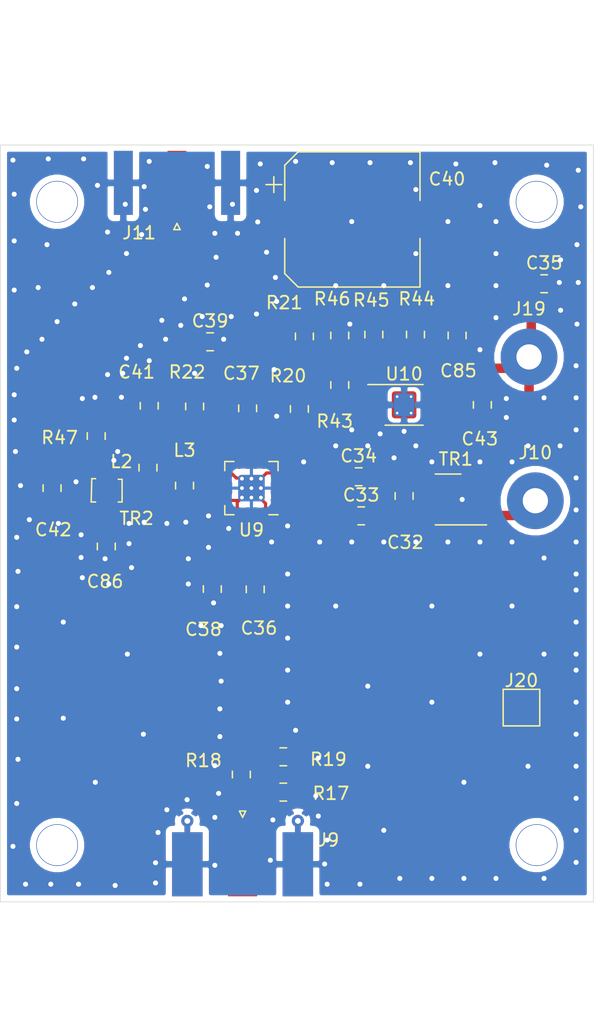
<source format=kicad_pcb>
(kicad_pcb (version 20171130) (host pcbnew 5.1.5-52549c5~84~ubuntu18.04.1)
  (layers (0 F.Cu signal) (31 B.Cu signal) (34 B.Paste user hide) (35 F.Paste user hide) (36 B.SilkS user) (37 F.SilkS user) (38 B.Mask user) (39 F.Mask user) (44 Edge.Cuts user))
  (net 0 "")
  (net 1 GND)
  (net 2 "Net-(C32-Pad1)")
  (net 3 "Net-(C32-Pad2)")
  (net 4 "Net-(C33-Pad1)")
  (net 5 "Net-(C34-Pad1)")
  (net 6 "Net-(C36-Pad2)")
  (net 7 "Net-(C36-Pad1)")
  (net 8 "Net-(C38-Pad2)")
  (net 9 "Net-(C42-Pad2)")
  (net 10 "Net-(C42-Pad1)")
  (net 11 "Net-(C43-Pad1)")
  (net 12 "Net-(C85-Pad1)")
  (net 13 "Net-(C86-Pad1)")
  (net 14 "Net-(J9-Pad1)")
  (net 15 "Net-(J10-Pad1)")
  (net 16 "Net-(L2-Pad1)")
  (net 17 "Net-(L3-Pad2)")
  (net 18 "Net-(R20-Pad1)")
  (net 19 "Net-(R22-Pad1)")
  (net 20 "Net-(R43-Pad2)")
  (net 21 "Net-(R43-Pad1)")
  (net 22 "Net-(R44-Pad2)")
  (net 23 "Net-(TR2-Pad6)")
  (net 24 "Net-(U9-Pad1)")
  (net 25 "Net-(U10-Pad3)")
  (net 26 "Net-(U10-Pad4)")
  (net 27 "Net-(U10-Pad7)")
  (net 28 "/First Mixer/U9VCC")
  (net 29 "/First Mixer/+V")
  (net 30 +V)
  (module Capacitor_SMD:C_0805_2012Metric_Pad1.15x1.40mm_HandSolder (layer F.Cu) (at 124.8 137.325 90)
    (fp_text reference C32 (at -3.675 0.1 180) (layer F.SilkS))
    (fp_text value 0.6p)
    (pad 1 smd roundrect (at -1.025 0 90) (size 1.15 1.4) (layers F.Cu F.Paste F.Mask) (roundrect_rratio 0.217391) (net 2 "Net-(C32-Pad1)"))
    (pad 2 smd roundrect (at 1.025 0 90) (size 1.15 1.4) (layers F.Cu F.Paste F.Mask) (roundrect_rratio 0.217391) (net 3 "Net-(C32-Pad2)"))
  )
  (module Capacitor_SMD:C_0805_2012Metric_Pad1.15x1.40mm_HandSolder (layer F.Cu) (at 121.4 138.9)
    (fp_text reference C33 (at 0 -1.65) (layer F.SilkS))
    (fp_text value 100n)
    (pad 1 smd roundrect (at -1.025 0) (size 1.15 1.4) (layers F.Cu F.Paste F.Mask) (roundrect_rratio 0.217391) (net 4 "Net-(C33-Pad1)"))
    (pad 2 smd roundrect (at 1.025 0) (size 1.15 1.4) (layers F.Cu F.Paste F.Mask) (roundrect_rratio 0.217391) (net 2 "Net-(C32-Pad1)"))
  )
  (module Capacitor_SMD:C_0805_2012Metric_Pad1.15x1.40mm_HandSolder (layer F.Cu) (at 121.2 135.8)
    (fp_text reference C34 (at 0 -1.65) (layer F.SilkS))
    (fp_text value 100n)
    (pad 2 smd roundrect (at 1.025 0) (size 1.15 1.4) (layers F.Cu F.Paste F.Mask) (roundrect_rratio 0.217391) (net 3 "Net-(C32-Pad2)"))
    (pad 1 smd roundrect (at -1.025 0) (size 1.15 1.4) (layers F.Cu F.Paste F.Mask) (roundrect_rratio 0.217391) (net 5 "Net-(C34-Pad1)"))
  )
  (module Capacitor_SMD:C_0805_2012Metric_Pad1.15x1.40mm_HandSolder (layer F.Cu) (at 135.9 120.5)
    (fp_text reference C35 (at 0 -1.65) (layer F.SilkS))
    (fp_text value 10u)
    (pad 1 smd roundrect (at -1.025 0) (size 1.15 1.4) (layers F.Cu F.Paste F.Mask) (roundrect_rratio 0.217391) (net 30 +V))
    (pad 2 smd roundrect (at 1.025 0) (size 1.15 1.4) (layers F.Cu F.Paste F.Mask) (roundrect_rratio 0.217391) (net 1 GND))
  )
  (module Capacitor_SMD:C_0805_2012Metric_Pad1.15x1.40mm_HandSolder (layer F.Cu) (at 113 144.725 90)
    (fp_text reference C36 (at -3.075 0.3 180) (layer F.SilkS))
    (fp_text value 100n)
    (pad 2 smd roundrect (at 1.025 0 90) (size 1.15 1.4) (layers F.Cu F.Paste F.Mask) (roundrect_rratio 0.217391) (net 6 "Net-(C36-Pad2)"))
    (pad 1 smd roundrect (at -1.025 0 90) (size 1.15 1.4) (layers F.Cu F.Paste F.Mask) (roundrect_rratio 0.217391) (net 7 "Net-(C36-Pad1)"))
  )
  (module Capacitor_SMD:C_0805_2012Metric_Pad1.15x1.40mm_HandSolder (layer F.Cu) (at 112.4 130.375 90)
    (fp_text reference C37 (at 2.775 -0.5 180) (layer F.SilkS))
    (fp_text value 10n)
    (pad 2 smd roundrect (at 1.025 0 90) (size 1.15 1.4) (layers F.Cu F.Paste F.Mask) (roundrect_rratio 0.217391) (net 1 GND))
    (pad 1 smd roundrect (at -1.025 0 90) (size 1.15 1.4) (layers F.Cu F.Paste F.Mask) (roundrect_rratio 0.217391) (net 28 "/First Mixer/U9VCC"))
  )
  (module Capacitor_SMD:C_0805_2012Metric_Pad1.15x1.40mm_HandSolder (layer F.Cu) (at 109.6 144.7 90)
    (fp_text reference C38 (at -3.2 -0.7 180) (layer F.SilkS))
    (fp_text value 100n)
    (pad 1 smd roundrect (at -1.025 0 90) (size 1.15 1.4) (layers F.Cu F.Paste F.Mask) (roundrect_rratio 0.217391) (net 1 GND))
    (pad 2 smd roundrect (at 1.025 0 90) (size 1.15 1.4) (layers F.Cu F.Paste F.Mask) (roundrect_rratio 0.217391) (net 8 "Net-(C38-Pad2)"))
  )
  (module Capacitor_SMD:C_0805_2012Metric_Pad1.15x1.40mm_HandSolder (layer F.Cu) (at 109.425 125.1)
    (fp_text reference C39 (at 0 -1.65) (layer F.SilkS))
    (fp_text value 1u)
    (pad 2 smd roundrect (at 1.025 0) (size 1.15 1.4) (layers F.Cu F.Paste F.Mask) (roundrect_rratio 0.217391) (net 1 GND))
    (pad 1 smd roundrect (at -1.025 0) (size 1.15 1.4) (layers F.Cu F.Paste F.Mask) (roundrect_rratio 0.217391) (net 28 "/First Mixer/U9VCC"))
  )
  (module Capacitor_SMD:CP_Elec_10x10.5 (layer F.Cu) (at 120.7 115.4)
    (fp_text reference C40 (at 7.5 -3.2 -180) (layer F.SilkS))
    (fp_text value 220u)
    (pad 2 smd roundrect (at 4.2 0) (size 4.4 2.5) (layers F.Cu F.Paste F.Mask) (roundrect_rratio 0.1) (net 1 GND))
    (pad 1 smd roundrect (at -4.2 0) (size 4.4 2.5) (layers F.Cu F.Paste F.Mask) (roundrect_rratio 0.1) (net 28 "/First Mixer/U9VCC"))
  )
  (module Capacitor_SMD:C_0805_2012Metric_Pad1.15x1.40mm_HandSolder (layer F.Cu) (at 104.6 130.175 90)
    (fp_text reference C41 (at 2.675 -1 180) (layer F.SilkS))
    (fp_text value 10n)
    (pad 1 smd roundrect (at -1.025 0 90) (size 1.15 1.4) (layers F.Cu F.Paste F.Mask) (roundrect_rratio 0.217391) (net 28 "/First Mixer/U9VCC"))
    (pad 2 smd roundrect (at 1.025 0 90) (size 1.15 1.4) (layers F.Cu F.Paste F.Mask) (roundrect_rratio 0.217391) (net 1 GND))
  )
  (module Capacitor_SMD:C_0805_2012Metric_Pad1.15x1.40mm_HandSolder (layer F.Cu) (at 96.9 136.7 270)
    (fp_text reference C42 (at 3.3 -0.1 180) (layer F.SilkS))
    (fp_text value 4p7)
    (pad 2 smd roundrect (at 1.025 0 270) (size 1.15 1.4) (layers F.Cu F.Paste F.Mask) (roundrect_rratio 0.217391) (net 9 "Net-(C42-Pad2)"))
    (pad 1 smd roundrect (at -1.025 0 270) (size 1.15 1.4) (layers F.Cu F.Paste F.Mask) (roundrect_rratio 0.217391) (net 10 "Net-(C42-Pad1)"))
  )
  (module Capacitor_SMD:C_0805_2012Metric_Pad1.15x1.40mm_HandSolder (layer F.Cu) (at 131 130.1 270)
    (fp_text reference C43 (at 2.7 0.2 180) (layer F.SilkS))
    (fp_text value 10n)
    (pad 2 smd roundrect (at 1.025 0 270) (size 1.15 1.4) (layers F.Cu F.Paste F.Mask) (roundrect_rratio 0.217391) (net 1 GND))
    (pad 1 smd roundrect (at -1.025 0 270) (size 1.15 1.4) (layers F.Cu F.Paste F.Mask) (roundrect_rratio 0.217391) (net 11 "Net-(C43-Pad1)"))
  )
  (module Capacitor_SMD:C_0805_2012Metric_Pad1.15x1.40mm_HandSolder (layer F.Cu) (at 129 124.6 270)
    (fp_text reference C85 (at 2.8 -0.1 180) (layer F.SilkS))
    (fp_text value 10u)
    (pad 1 smd roundrect (at -1.025 0 270) (size 1.15 1.4) (layers F.Cu F.Paste F.Mask) (roundrect_rratio 0.217391) (net 12 "Net-(C85-Pad1)"))
    (pad 2 smd roundrect (at 1.025 0 270) (size 1.15 1.4) (layers F.Cu F.Paste F.Mask) (roundrect_rratio 0.217391) (net 1 GND))
  )
  (module Capacitor_SMD:C_0805_2012Metric_Pad1.15x1.40mm_HandSolder (layer F.Cu) (at 101.2 141.325 270)
    (fp_text reference C86 (at 2.775 0.1 180) (layer F.SilkS))
    (fp_text value 10n)
    (pad 2 smd roundrect (at 1.025 0 270) (size 1.15 1.4) (layers F.Cu F.Paste F.Mask) (roundrect_rratio 0.217391) (net 1 GND))
    (pad 1 smd roundrect (at -1.025 0 270) (size 1.15 1.4) (layers F.Cu F.Paste F.Mask) (roundrect_rratio 0.217391) (net 13 "Net-(C86-Pad1)"))
  )
  (module Connector_Coaxial:SMA_Molex_73251-1153_EdgeMount_Horizontal (layer F.Cu) (at 112 164.8 90)
    (fp_text reference J9 (at 0.2 6.8) (layer F.SilkS))
    (fp_text value "LO IN")
    (pad 1 smd rect (at -1.72 0 90) (size 5.08 2.29) (layers F.Cu F.Paste F.Mask) (net 14 "Net-(J9-Pad1)"))
    (pad 2 smd rect (at -1.72 -4.38 90) (size 5.08 2.42) (layers F.Cu F.Paste F.Mask) (net 1 GND))
    (pad 2 smd rect (at -1.72 4.38 90) (size 5.08 2.42) (layers F.Cu F.Paste F.Mask) (net 1 GND))
    (pad 2 smd rect (at -1.72 -4.38 90) (size 5.08 2.42) (layers B.Cu B.Paste B.Mask) (net 1 GND))
    (pad 2 smd rect (at -1.72 4.38 90) (size 5.08 2.42) (layers B.Cu B.Paste B.Mask) (net 1 GND))
    (pad 2 thru_hole circle (at 1.72 -4.38 90) (size 0.97 0.97) (drill 0.46) (layers *.Cu) (net 1 GND))
    (pad 2 thru_hole circle (at 1.72 4.38 90) (size 0.97 0.97) (drill 0.46) (layers *.Cu) (net 1 GND))
    (pad 2 smd rect (at 1.27 -4.38 90) (size 0.95 0.46) (layers F.Cu) (net 1 GND))
    (pad 2 smd rect (at 1.27 4.38 90) (size 0.95 0.46) (layers F.Cu) (net 1 GND))
    (pad 2 smd rect (at 1.27 -4.38 90) (size 0.95 0.46) (layers B.Cu) (net 1 GND))
    (pad 2 smd rect (at 1.27 4.38 90) (size 0.95 0.46) (layers B.Cu) (net 1 GND))
  )
  (module Connector_Coaxial:SMA_Amphenol_132289_EdgeMount (layer F.Cu) (at 106.8 112.5 90)
    (fp_text reference J11 (at -3.96 -3) (layer F.SilkS))
    (fp_text value Conn_Coaxial)
    (pad 2 smd rect (at 0 4.25 180) (size 1.5 5.08) (layers B.Cu B.Paste B.Mask) (net 1 GND))
    (pad 2 smd rect (at 0 -4.25 180) (size 1.5 5.08) (layers B.Cu B.Paste B.Mask) (net 1 GND))
    (pad 2 smd rect (at 0 4.25 180) (size 1.5 5.08) (layers F.Cu F.Paste F.Mask) (net 1 GND))
    (pad 2 smd rect (at 0 -4.25 180) (size 1.5 5.08) (layers F.Cu F.Paste F.Mask) (net 1 GND))
    (pad 1 smd rect (at 0 0 180) (size 1.5 5.08) (layers F.Cu F.Paste F.Mask) (net 10 "Net-(C42-Pad1)"))
  )
  (module Inductor_SMD:L_0805_2012Metric_Pad1.15x1.40mm_HandSolder (layer F.Cu) (at 107.4 136.5 90)
    (fp_text reference L2 (at 1.9 -5 180) (layer F.SilkS))
    (fp_text value 2nH)
    (pad 1 smd roundrect (at -1.025 0 90) (size 1.15 1.4) (layers F.Cu F.Paste F.Mask) (roundrect_rratio 0.217391) (net 16 "Net-(L2-Pad1)"))
    (pad 2 smd roundrect (at 1.025 0 90) (size 1.15 1.4) (layers F.Cu F.Paste F.Mask) (roundrect_rratio 0.217391) (net 28 "/First Mixer/U9VCC"))
  )
  (module Inductor_SMD:L_0805_2012Metric_Pad1.15x1.40mm_HandSolder (layer F.Cu) (at 104.5 135.075 270)
    (fp_text reference L3 (at -1.375 -2.9 180) (layer F.SilkS))
    (fp_text value 2nH)
    (pad 1 smd roundrect (at -1.025 0 270) (size 1.15 1.4) (layers F.Cu F.Paste F.Mask) (roundrect_rratio 0.217391) (net 28 "/First Mixer/U9VCC"))
    (pad 2 smd roundrect (at 1.025 0 270) (size 1.15 1.4) (layers F.Cu F.Paste F.Mask) (roundrect_rratio 0.217391) (net 17 "Net-(L3-Pad2)"))
  )
  (module Resistor_SMD:R_0805_2012Metric_Pad1.15x1.40mm_HandSolder (layer F.Cu) (at 115.225 160.8)
    (fp_text reference R17 (at 3.775 0.1) (layer F.SilkS))
    (fp_text value DNI)
    (pad 2 smd roundrect (at 1.025 0) (size 1.15 1.4) (layers F.Cu F.Paste F.Mask) (roundrect_rratio 0.217391) (net 1 GND))
    (pad 1 smd roundrect (at -1.025 0) (size 1.15 1.4) (layers F.Cu F.Paste F.Mask) (roundrect_rratio 0.217391) (net 14 "Net-(J9-Pad1)"))
  )
  (module Resistor_SMD:R_0805_2012Metric_Pad1.15x1.40mm_HandSolder (layer F.Cu) (at 111.9 159.4 270)
    (fp_text reference R18 (at -1.1 3 180) (layer F.SilkS))
    (fp_text value 0R)
    (pad 1 smd roundrect (at -1.025 0 270) (size 1.15 1.4) (layers F.Cu F.Paste F.Mask) (roundrect_rratio 0.217391) (net 7 "Net-(C36-Pad1)"))
    (pad 2 smd roundrect (at 1.025 0 270) (size 1.15 1.4) (layers F.Cu F.Paste F.Mask) (roundrect_rratio 0.217391) (net 14 "Net-(J9-Pad1)"))
  )
  (module Resistor_SMD:R_0805_2012Metric_Pad1.15x1.40mm_HandSolder (layer F.Cu) (at 115.225 158)
    (fp_text reference R19 (at 3.575 0.2) (layer F.SilkS))
    (fp_text value DNI)
    (pad 2 smd roundrect (at 1.025 0) (size 1.15 1.4) (layers F.Cu F.Paste F.Mask) (roundrect_rratio 0.217391) (net 1 GND))
    (pad 1 smd roundrect (at -1.025 0) (size 1.15 1.4) (layers F.Cu F.Paste F.Mask) (roundrect_rratio 0.217391) (net 7 "Net-(C36-Pad1)"))
  )
  (module Resistor_SMD:R_0805_2012Metric_Pad1.15x1.40mm_HandSolder (layer F.Cu) (at 116.5 130.425 90)
    (fp_text reference R20 (at 2.625 -0.9 180) (layer F.SilkS))
    (fp_text value 10K)
    (pad 2 smd roundrect (at 1.025 0 90) (size 1.15 1.4) (layers F.Cu F.Paste F.Mask) (roundrect_rratio 0.217391) (net 12 "Net-(C85-Pad1)"))
    (pad 1 smd roundrect (at -1.025 0 90) (size 1.15 1.4) (layers F.Cu F.Paste F.Mask) (roundrect_rratio 0.217391) (net 18 "Net-(R20-Pad1)"))
  )
  (module Resistor_SMD:R_0805_2012Metric_Pad1.15x1.40mm_HandSolder (layer F.Cu) (at 116.9 124.675 270)
    (fp_text reference R21 (at -2.675 1.6 180) (layer F.SilkS))
    (fp_text value 0.5R)
    (pad 1 smd roundrect (at -1.025 0 270) (size 1.15 1.4) (layers F.Cu F.Paste F.Mask) (roundrect_rratio 0.217391) (net 28 "/First Mixer/U9VCC"))
    (pad 2 smd roundrect (at 1.025 0 270) (size 1.15 1.4) (layers F.Cu F.Paste F.Mask) (roundrect_rratio 0.217391) (net 12 "Net-(C85-Pad1)"))
  )
  (module Resistor_SMD:R_0805_2012Metric_Pad1.15x1.40mm_HandSolder (layer F.Cu) (at 108.2 130.225 90)
    (fp_text reference R22 (at 2.725 -0.6 180) (layer F.SilkS))
    (fp_text value 4K75)
    (pad 1 smd roundrect (at -1.025 0 90) (size 1.15 1.4) (layers F.Cu F.Paste F.Mask) (roundrect_rratio 0.217391) (net 19 "Net-(R22-Pad1)"))
    (pad 2 smd roundrect (at 1.025 0 90) (size 1.15 1.4) (layers F.Cu F.Paste F.Mask) (roundrect_rratio 0.217391) (net 1 GND))
  )
  (module Resistor_SMD:R_0805_2012Metric_Pad1.15x1.40mm_HandSolder (layer F.Cu) (at 119.7 128.525 270)
    (fp_text reference R43 (at 2.875 0.4 180) (layer F.SilkS))
    (fp_text value 22K)
    (pad 2 smd roundrect (at 1.025 0 270) (size 1.15 1.4) (layers F.Cu F.Paste F.Mask) (roundrect_rratio 0.217391) (net 20 "Net-(R43-Pad2)"))
    (pad 1 smd roundrect (at -1.025 0 270) (size 1.15 1.4) (layers F.Cu F.Paste F.Mask) (roundrect_rratio 0.217391) (net 21 "Net-(R43-Pad1)"))
  )
  (module Resistor_SMD:R_0805_2012Metric_Pad1.15x1.40mm_HandSolder (layer F.Cu) (at 125.7 124.525 90)
    (fp_text reference R44 (at 2.825 0.1 180) (layer F.SilkS))
    (fp_text value 68K)
    (pad 1 smd roundrect (at -1.025 0 90) (size 1.15 1.4) (layers F.Cu F.Paste F.Mask) (roundrect_rratio 0.217391) (net 12 "Net-(C85-Pad1)"))
    (pad 2 smd roundrect (at 1.025 0 90) (size 1.15 1.4) (layers F.Cu F.Paste F.Mask) (roundrect_rratio 0.217391) (net 22 "Net-(R44-Pad2)"))
  )
  (module Resistor_SMD:R_0805_2012Metric_Pad1.15x1.40mm_HandSolder (layer F.Cu) (at 122.4 124.525 270)
    (fp_text reference R45 (at -2.725 0.2 180) (layer F.SilkS))
    (fp_text value 8K2)
    (pad 2 smd roundrect (at 1.025 0 270) (size 1.15 1.4) (layers F.Cu F.Paste F.Mask) (roundrect_rratio 0.217391) (net 20 "Net-(R43-Pad2)"))
    (pad 1 smd roundrect (at -1.025 0 270) (size 1.15 1.4) (layers F.Cu F.Paste F.Mask) (roundrect_rratio 0.217391) (net 22 "Net-(R44-Pad2)"))
  )
  (module Resistor_SMD:R_0805_2012Metric_Pad1.15x1.40mm_HandSolder (layer F.Cu) (at 119.7 124.6 270)
    (fp_text reference R46 (at -2.9 0.6 180) (layer F.SilkS))
    (fp_text value 1K8)
    (pad 1 smd roundrect (at -1.025 0 270) (size 1.15 1.4) (layers F.Cu F.Paste F.Mask) (roundrect_rratio 0.217391) (net 1 GND))
    (pad 2 smd roundrect (at 1.025 0 270) (size 1.15 1.4) (layers F.Cu F.Paste F.Mask) (roundrect_rratio 0.217391) (net 21 "Net-(R43-Pad1)"))
  )
  (module Resistor_SMD:R_0805_2012Metric_Pad1.15x1.40mm_HandSolder (layer F.Cu) (at 100.4 132.575 270)
    (fp_text reference R47 (at 0.125 2.9 180) (layer F.SilkS))
    (fp_text value 0R)
    (pad 1 smd roundrect (at -1.025 0 270) (size 1.15 1.4) (layers F.Cu F.Paste F.Mask) (roundrect_rratio 0.217391) (net 28 "/First Mixer/U9VCC"))
    (pad 2 smd roundrect (at 1.025 0 270) (size 1.15 1.4) (layers F.Cu F.Paste F.Mask) (roundrect_rratio 0.217391) (net 13 "Net-(C86-Pad1)"))
  )
  (module RF_Mini-Circuits:Mini-Circuits_DB1627 (layer F.Cu) (at 129.3 137.6 270)
    (fp_text reference TR1 (at -3.2 0.4 180) (layer F.SilkS))
    (fp_text value TCM1-63AX)
    (pad 1 smd rect (at -1.27 -1.59 270) (size 0.76 1.65) (layers F.Cu F.Paste F.Mask))
    (pad 2 smd rect (at 0 -1.59 270) (size 0.76 1.65) (layers F.Cu F.Paste F.Mask) (net 1 GND))
    (pad 3 smd rect (at 1.27 -1.59 270) (size 0.76 1.65) (layers F.Cu F.Paste F.Mask) (net 15 "Net-(J10-Pad1)"))
    (pad 4 smd rect (at 1.27 1.59 270) (size 0.76 1.65) (layers F.Cu F.Paste F.Mask) (net 2 "Net-(C32-Pad1)"))
    (pad 5 smd rect (at 0 1.59 270) (size 0.76 1.65) (layers F.Cu F.Paste F.Mask))
    (pad 6 smd rect (at -1.27 1.59 270) (size 0.76 1.65) (layers F.Cu F.Paste F.Mask) (net 3 "Net-(C32-Pad2)"))
  )
  (module SpectrumAnalyser:Minicircuits_GE0805C-1 (layer F.Cu) (at 100.6 137.8)
    (fp_text reference TR2 (at 3 1.3) (layer F.SilkS))
    (fp_text value NCS1-422)
    (pad 6 smd rect (at 0 -1.8) (size 0.36 1) (layers F.Cu F.Paste F.Mask) (net 23 "Net-(TR2-Pad6)"))
    (pad 5 smd rect (at 0.65 -1.8) (size 0.36 1) (layers F.Cu F.Paste F.Mask) (net 1 GND))
    (pad 4 smd rect (at 1.3 -1.8) (size 0.36 1) (layers F.Cu F.Paste F.Mask) (net 17 "Net-(L3-Pad2)"))
    (pad 3 smd rect (at 1.3 0) (size 0.36 1) (layers F.Cu F.Paste F.Mask) (net 16 "Net-(L2-Pad1)"))
    (pad 2 smd rect (at 0.65 0) (size 0.36 1) (layers F.Cu F.Paste F.Mask) (net 13 "Net-(C86-Pad1)"))
    (pad 1 smd rect (at 0 0) (size 0.36 1) (layers F.Cu F.Paste F.Mask) (net 9 "Net-(C42-Pad2)"))
  )
  (module Package_DFN_QFN:QFN-16-1EP_4x4mm_P0.65mm_EP2.1x2.1mm_ThermalVias (layer F.Cu) (at 112.7 136.7 180)
    (fp_text reference U9 (at 0 -3.32) (layer F.SilkS))
    (fp_text value LTC5510)
    (pad 17 smd roundrect (at 0 0 180) (size 2.1 2.1) (layers F.Cu F.Mask) (roundrect_rratio 0.119048) (net 1 GND))
    (pad 17 thru_hole circle (at -0.75 -0.75 180) (size 0.6 0.6) (drill 0.3) (layers *.Cu) (net 1 GND))
    (pad 17 thru_hole circle (at 0 -0.75 180) (size 0.6 0.6) (drill 0.3) (layers *.Cu) (net 1 GND))
    (pad 17 thru_hole circle (at 0.75 -0.75 180) (size 0.6 0.6) (drill 0.3) (layers *.Cu) (net 1 GND))
    (pad 17 thru_hole circle (at -0.75 0 180) (size 0.6 0.6) (drill 0.3) (layers *.Cu) (net 1 GND))
    (pad 17 thru_hole circle (at 0 0 180) (size 0.6 0.6) (drill 0.3) (layers *.Cu) (net 1 GND))
    (pad 17 thru_hole circle (at 0.75 0 180) (size 0.6 0.6) (drill 0.3) (layers *.Cu) (net 1 GND))
    (pad 17 thru_hole circle (at -0.75 0.75 180) (size 0.6 0.6) (drill 0.3) (layers *.Cu) (net 1 GND))
    (pad 17 thru_hole circle (at 0 0.75 180) (size 0.6 0.6) (drill 0.3) (layers *.Cu) (net 1 GND))
    (pad 17 thru_hole circle (at 0.75 0.75 180) (size 0.6 0.6) (drill 0.3) (layers *.Cu) (net 1 GND))
    (pad 17 smd roundrect (at 0 0 180) (size 2.1 2.1) (layers B.Cu) (roundrect_rratio 0.119048) (net 1 GND))
    (pad 1 smd roundrect (at -1.95 -0.975 180) (size 0.85 0.3) (layers F.Cu F.Paste F.Mask) (net 24 "Net-(U9-Pad1)"))
    (pad 2 smd roundrect (at -1.95 -0.325 180) (size 0.85 0.3) (layers F.Cu F.Paste F.Mask) (net 4 "Net-(C33-Pad1)"))
    (pad 3 smd roundrect (at -1.95 0.325 180) (size 0.85 0.3) (layers F.Cu F.Paste F.Mask) (net 5 "Net-(C34-Pad1)"))
    (pad 4 smd roundrect (at -1.95 0.975 180) (size 0.85 0.3) (layers F.Cu F.Paste F.Mask) (net 1 GND))
    (pad 5 smd roundrect (at -0.975 1.95 180) (size 0.3 0.85) (layers F.Cu F.Paste F.Mask) (net 18 "Net-(R20-Pad1)"))
    (pad 6 smd roundrect (at -0.325 1.95 180) (size 0.3 0.85) (layers F.Cu F.Paste F.Mask) (net 28 "/First Mixer/U9VCC"))
    (pad 7 smd roundrect (at 0.325 1.95 180) (size 0.3 0.85) (layers F.Cu F.Paste F.Mask) (net 28 "/First Mixer/U9VCC"))
    (pad 8 smd roundrect (at 0.975 1.95 180) (size 0.3 0.85) (layers F.Cu F.Paste F.Mask) (net 19 "Net-(R22-Pad1)"))
    (pad 9 smd roundrect (at 1.95 0.975 180) (size 0.85 0.3) (layers F.Cu F.Paste F.Mask) (net 1 GND))
    (pad 10 smd roundrect (at 1.95 0.325 180) (size 0.85 0.3) (layers F.Cu F.Paste F.Mask) (net 17 "Net-(L3-Pad2)"))
    (pad 11 smd roundrect (at 1.95 -0.325 180) (size 0.85 0.3) (layers F.Cu F.Paste F.Mask) (net 16 "Net-(L2-Pad1)"))
    (pad 12 smd roundrect (at 1.95 -0.975 180) (size 0.85 0.3) (layers F.Cu F.Paste F.Mask) (net 1 GND))
    (pad 13 smd roundrect (at 0.975 -1.95 180) (size 0.3 0.85) (layers F.Cu F.Paste F.Mask) (net 1 GND))
    (pad 14 smd roundrect (at 0.325 -1.95 180) (size 0.3 0.85) (layers F.Cu F.Paste F.Mask) (net 8 "Net-(C38-Pad2)"))
    (pad 15 smd roundrect (at -0.325 -1.95 180) (size 0.3 0.85) (layers F.Cu F.Paste F.Mask) (net 6 "Net-(C36-Pad2)"))
    (pad 16 smd roundrect (at -0.975 -1.95 180) (size 0.3 0.85) (layers F.Cu F.Paste F.Mask) (net 1 GND))
  )
  (module Package_SO:MSOP-8-1EP_3x3mm_P0.65mm_EP1.95x2.15mm_ThermalVias (layer F.Cu) (at 124.8 130.1)
    (fp_text reference U10 (at 0 -2.45) (layer F.SilkS))
    (fp_text value TPSA49)
    (pad 9 smd roundrect (at 0 0) (size 1.95 2.15) (layers F.Cu F.Mask) (roundrect_rratio 0.128205) (net 1 GND))
    (pad 9 thru_hole circle (at -0.55 -0.65) (size 0.5 0.5) (drill 0.2) (layers *.Cu) (net 1 GND))
    (pad 9 thru_hole circle (at 0.55 -0.65) (size 0.5 0.5) (drill 0.2) (layers *.Cu) (net 1 GND))
    (pad 9 thru_hole circle (at -0.55 0.65) (size 0.5 0.5) (drill 0.2) (layers *.Cu) (net 1 GND))
    (pad 9 thru_hole circle (at 0.55 0.65) (size 0.5 0.5) (drill 0.2) (layers *.Cu) (net 1 GND))
    (pad 9 smd roundrect (at 0 0) (size 1.6 1.8) (layers B.Cu) (roundrect_rratio 0.15625) (net 1 GND))
    (pad 1 smd roundrect (at -2.15 -0.975) (size 1.45 0.4) (layers F.Cu F.Paste F.Mask) (net 12 "Net-(C85-Pad1)"))
    (pad 2 smd roundrect (at -2.15 -0.325) (size 1.45 0.4) (layers F.Cu F.Paste F.Mask) (net 20 "Net-(R43-Pad2)"))
    (pad 3 smd roundrect (at -2.15 0.325) (size 1.45 0.4) (layers F.Cu F.Paste F.Mask) (net 25 "Net-(U10-Pad3)"))
    (pad 4 smd roundrect (at -2.15 0.975) (size 1.45 0.4) (layers F.Cu F.Paste F.Mask) (net 26 "Net-(U10-Pad4)"))
    (pad 5 smd roundrect (at 2.15 0.975) (size 1.45 0.4) (layers F.Cu F.Paste F.Mask) (net 30 +V))
    (pad 6 smd roundrect (at 2.15 0.325) (size 1.45 0.4) (layers F.Cu F.Paste F.Mask) (net 11 "Net-(C43-Pad1)"))
    (pad 7 smd roundrect (at 2.15 -0.325) (size 1.45 0.4) (layers F.Cu F.Paste F.Mask) (net 27 "Net-(U10-Pad7)"))
    (pad 8 smd roundrect (at 2.15 -0.975) (size 1.45 0.4) (layers F.Cu F.Paste F.Mask) (net 30 +V))
  )
  (module Connector_Wire:SolderWirePad_1x01_Drill2mm (layer F.Cu) (at 135.2 137.7)
    (fp_text reference J10 (at 0 -3.81) (layer F.SilkS))
    (fp_text value Conn_Coaxial)
    (pad 1 thru_hole circle (at 0 0) (size 4.50088 4.50088) (drill 1.99898) (layers *.Cu *.Mask) (net 15 "Net-(J10-Pad1)"))
  )
  (module Connector_Wire:SolderWirePad_1x01_Drill2mm (layer F.Cu) (at 134.7 126.3)
    (fp_text reference J19 (at 0 -3.81) (layer F.SilkS))
    (fp_text value +V)
    (pad 1 thru_hole circle (at 0 0) (size 4.50088 4.50088) (drill 1.99898) (layers *.Cu *.Mask) (net 30 +V))
  )
  (module TestPoint:TestPoint_Pad_2.5x2.5mm (layer F.Cu) (at 134.1 154.1)
    (fp_text reference J20 (at 0 -2.148) (layer F.SilkS))
    (fp_text value GND)
    (pad 1 smd rect (at 0 0) (size 2.5 2.5) (layers F.Cu F.Mask) (net 1 GND))
  )
  (gr_line (start 139.8 109.5) (end 92.8 109.5) (layer Edge.Cuts) (width 0.05))
  (gr_line (start 92.8 109.5) (end 92.8 169.5) (layer Edge.Cuts) (width 0.05))
  (gr_line (start 92.8 169.5) (end 139.8 169.5) (layer Edge.Cuts) (width 0.05))
  (gr_line (start 139.8 169.5) (end 139.8 109.5) (layer Edge.Cuts) (width 0.05))
  (via (at 109.7 145.8) (size 0.8) (drill 0.4) (layers F.Cu B.Cu) (net 1))
  (via (at 101.1 142.3) (size 0.8) (drill 0.4) (layers F.Cu B.Cu) (net 1))
  (via (at 110.5 124.9) (size 0.8) (drill 0.4) (layers F.Cu B.Cu) (net 1))
  (via (at 137.1 120.4) (size 0.8) (drill 0.4) (layers F.Cu B.Cu) (net 1))
  (via (at 111.2 114.2) (size 0.8) (drill 0.4) (layers F.Cu B.Cu) (net 1))
  (via (at 102.7 114.2) (size 0.8) (drill 0.4) (layers F.Cu B.Cu) (net 1))
  (segment (start 113.825 138.5) (end 113.825 137.925) (width 0.25) (layer F.Cu) (net 1))
  (segment (start 113.675 138.65) (end 113.825 138.5) (width 0.25) (layer F.Cu) (net 1))
  (segment (start 113.825 137.925) (end 113.5 137.6) (width 0.25) (layer F.Cu) (net 1))
  (segment (start 110.75 137.675) (end 111.725 137.675) (width 0.25) (layer F.Cu) (net 1))
  (segment (start 111.725 137.675) (end 111.9 137.5) (width 0.25) (layer F.Cu) (net 1))
  (segment (start 111.575 138.5) (end 111.575 137.825) (width 0.25) (layer F.Cu) (net 1))
  (segment (start 111.725 138.65) (end 111.575 138.5) (width 0.25) (layer F.Cu) (net 1))
  (segment (start 111.575 137.825) (end 111.9 137.5) (width 0.25) (layer F.Cu) (net 1))
  (segment (start 110.9 135.575) (end 111.175 135.575) (width 0.25) (layer F.Cu) (net 1))
  (segment (start 110.75 135.725) (end 110.9 135.575) (width 0.25) (layer F.Cu) (net 1))
  (segment (start 111.175 135.575) (end 111.5 135.9) (width 0.25) (layer F.Cu) (net 1))
  (segment (start 111.5 135.9) (end 111.8 135.9) (width 0.25) (layer F.Cu) (net 1))
  (segment (start 114.65 135.725) (end 114.425 135.5) (width 0.25) (layer F.Cu) (net 1))
  (segment (start 114.425 135.5) (end 113.9 135.5) (width 0.25) (layer F.Cu) (net 1))
  (segment (start 113.9 135.5) (end 113.5 135.9) (width 0.25) (layer F.Cu) (net 1))
  (via (at 104.6 110.8) (size 0.8) (drill 0.4) (layers F.Cu B.Cu) (net 1))
  (via (at 104.2 112.8) (size 0.8) (drill 0.4) (layers F.Cu B.Cu) (net 1))
  (via (at 104.3 114.6) (size 0.8) (drill 0.4) (layers F.Cu B.Cu) (net 1))
  (via (at 104 116.6) (size 0.8) (drill 0.4) (layers F.Cu B.Cu) (net 1))
  (via (at 102.8 118.1) (size 0.8) (drill 0.4) (layers F.Cu B.Cu) (net 1))
  (via (at 101.4 119.6) (size 0.8) (drill 0.4) (layers F.Cu B.Cu) (net 1))
  (via (at 100.1 120.8) (size 0.8) (drill 0.4) (layers F.Cu B.Cu) (net 1))
  (via (at 98.7 122.1) (size 0.8) (drill 0.4) (layers F.Cu B.Cu) (net 1))
  (via (at 97.3 123.5) (size 0.8) (drill 0.4) (layers F.Cu B.Cu) (net 1))
  (via (at 96.1 124.9) (size 0.8) (drill 0.4) (layers F.Cu B.Cu) (net 1))
  (via (at 94.9 125.9) (size 0.8) (drill 0.4) (layers F.Cu B.Cu) (net 1))
  (via (at 94.1 127.2) (size 0.8) (drill 0.4) (layers F.Cu B.Cu) (net 1))
  (via (at 101.3 116.4) (size 0.8) (drill 0.4) (layers F.Cu B.Cu) (net 1))
  (via (at 96.5 117.4) (size 0.8) (drill 0.4) (layers F.Cu B.Cu) (net 1))
  (via (at 95.8 120.8) (size 0.8) (drill 0.4) (layers F.Cu B.Cu) (net 1))
  (via (at 93.9 121) (size 0.8) (drill 0.4) (layers F.Cu B.Cu) (net 1))
  (via (at 93.9 117.1) (size 0.8) (drill 0.4) (layers F.Cu B.Cu) (net 1))
  (via (at 93.9 113.4) (size 0.8) (drill 0.4) (layers F.Cu B.Cu) (net 1))
  (via (at 93.8 110.7) (size 0.8) (drill 0.4) (layers F.Cu B.Cu) (net 1))
  (via (at 96.6 110.6) (size 0.8) (drill 0.4) (layers F.Cu B.Cu) (net 1))
  (via (at 99.4 110.6) (size 0.8) (drill 0.4) (layers F.Cu B.Cu) (net 1))
  (via (at 100.5 112.7) (size 0.8) (drill 0.4) (layers F.Cu B.Cu) (net 1))
  (via (at 120.5 123.7) (size 0.8) (drill 0.4) (layers F.Cu B.Cu) (net 1))
  (via (at 114.5 127.3) (size 0.8) (drill 0.4) (layers F.Cu B.Cu) (net 1))
  (via (at 114.7 131) (size 0.8) (drill 0.4) (layers F.Cu B.Cu) (net 1))
  (via (at 108.2 127.6) (size 0.8) (drill 0.4) (layers F.Cu B.Cu) (net 1))
  (via (at 129.4 137.6) (size 0.8) (drill 0.4) (layers F.Cu B.Cu) (net 1))
  (via (at 110.3 147.6) (size 0.8) (drill 0.4) (layers F.Cu B.Cu) (net 1))
  (via (at 108.7 147.6) (size 0.8) (drill 0.4) (layers F.Cu B.Cu) (net 1))
  (via (at 107.7 144.3) (size 0.8) (drill 0.4) (layers F.Cu B.Cu) (net 1))
  (via (at 107.7 142.3) (size 0.8) (drill 0.4) (layers F.Cu B.Cu) (net 1))
  (via (at 109.3 141.4) (size 0.8) (drill 0.4) (layers F.Cu B.Cu) (net 1))
  (via (at 110.9 139.9) (size 0.8) (drill 0.4) (layers F.Cu B.Cu) (net 1))
  (via (at 109.3 138.9) (size 0.8) (drill 0.4) (layers F.Cu B.Cu) (net 1))
  (via (at 107.5 139.4) (size 0.8) (drill 0.4) (layers F.Cu B.Cu) (net 1))
  (via (at 106 139.5) (size 0.8) (drill 0.4) (layers F.Cu B.Cu) (net 1))
  (via (at 104.2 139.4) (size 0.8) (drill 0.4) (layers F.Cu B.Cu) (net 1))
  (via (at 103 139.5) (size 0.8) (drill 0.4) (layers F.Cu B.Cu) (net 1))
  (via (at 103 141.1) (size 0.8) (drill 0.4) (layers F.Cu B.Cu) (net 1))
  (via (at 103.2 143) (size 0.8) (drill 0.4) (layers F.Cu B.Cu) (net 1))
  (via (at 101.4 144.3) (size 0.8) (drill 0.4) (layers F.Cu B.Cu) (net 1))
  (via (at 99.3 143.8) (size 0.8) (drill 0.4) (layers F.Cu B.Cu) (net 1))
  (via (at 99.2 142.2) (size 0.8) (drill 0.4) (layers F.Cu B.Cu) (net 1))
  (via (at 99.2 140.4) (size 0.8) (drill 0.4) (layers F.Cu B.Cu) (net 1))
  (via (at 97.4 139.5) (size 0.8) (drill 0.4) (layers F.Cu B.Cu) (net 1))
  (via (at 95.1 139.2) (size 0.8) (drill 0.4) (layers F.Cu B.Cu) (net 1))
  (via (at 94.4 136.5) (size 0.8) (drill 0.4) (layers F.Cu B.Cu) (net 1))
  (via (at 94 133.8) (size 0.8) (drill 0.4) (layers F.Cu B.Cu) (net 1))
  (via (at 93.9 131.3) (size 0.8) (drill 0.4) (layers F.Cu B.Cu) (net 1))
  (via (at 93.9 129.3) (size 0.8) (drill 0.4) (layers F.Cu B.Cu) (net 1))
  (via (at 132.9 131.1) (size 0.8) (drill 0.4) (layers F.Cu B.Cu) (net 1))
  (via (at 132.9 129.6) (size 0.8) (drill 0.4) (layers F.Cu B.Cu) (net 1))
  (via (at 137.2 118.6) (size 0.8) (drill 0.4) (layers F.Cu B.Cu) (net 1))
  (via (at 138.6 120.4) (size 0.8) (drill 0.4) (layers F.Cu B.Cu) (net 1))
  (via (at 137.2 122.6) (size 0.8) (drill 0.4) (layers F.Cu B.Cu) (net 1))
  (via (at 138.5 123.7) (size 0.8) (drill 0.4) (layers F.Cu B.Cu) (net 1))
  (via (at 138.5 117.4) (size 0.8) (drill 0.4) (layers F.Cu B.Cu) (net 1))
  (via (at 138.8 114.4) (size 0.8) (drill 0.4) (layers F.Cu B.Cu) (net 1))
  (via (at 138.6 111.5) (size 0.8) (drill 0.4) (layers F.Cu B.Cu) (net 1))
  (via (at 136.1 111.1) (size 0.8) (drill 0.4) (layers F.Cu B.Cu) (net 1))
  (via (at 132 110.9) (size 0.8) (drill 0.4) (layers F.Cu B.Cu) (net 1))
  (via (at 128.9 111) (size 0.8) (drill 0.4) (layers F.Cu B.Cu) (net 1))
  (via (at 125.3 110.9) (size 0.8) (drill 0.4) (layers F.Cu B.Cu) (net 1))
  (via (at 122.1 110.9) (size 0.8) (drill 0.4) (layers F.Cu B.Cu) (net 1))
  (via (at 119.1 110.9) (size 0.8) (drill 0.4) (layers F.Cu B.Cu) (net 1))
  (via (at 116.2 110.8) (size 0.8) (drill 0.4) (layers F.Cu B.Cu) (net 1))
  (via (at 113.4 111) (size 0.8) (drill 0.4) (layers F.Cu B.Cu) (net 1))
  (via (at 113.1 113.1) (size 0.8) (drill 0.4) (layers F.Cu B.Cu) (net 1))
  (via (at 113.2 115.6) (size 0.8) (drill 0.4) (layers F.Cu B.Cu) (net 1))
  (via (at 111.6 116.5) (size 0.8) (drill 0.4) (layers F.Cu B.Cu) (net 1))
  (via (at 109.8 116.5) (size 0.8) (drill 0.4) (layers F.Cu B.Cu) (net 1))
  (via (at 109.4 114.4) (size 0.8) (drill 0.4) (layers F.Cu B.Cu) (net 1))
  (via (at 109.2 111.2) (size 0.8) (drill 0.4) (layers F.Cu B.Cu) (net 1))
  (via (at 113.9 118) (size 0.8) (drill 0.4) (layers F.Cu B.Cu) (net 1))
  (via (at 114.6 120) (size 0.8) (drill 0.4) (layers F.Cu B.Cu) (net 1))
  (via (at 114.7 121.9) (size 0.8) (drill 0.4) (layers F.Cu B.Cu) (net 1))
  (via (at 113.1 122.9) (size 0.8) (drill 0.4) (layers F.Cu B.Cu) (net 1))
  (via (at 111.1 123.1) (size 0.8) (drill 0.4) (layers F.Cu B.Cu) (net 1))
  (via (at 108.8 123.1) (size 0.8) (drill 0.4) (layers F.Cu B.Cu) (net 1))
  (via (at 107.1 123.8) (size 0.8) (drill 0.4) (layers F.Cu B.Cu) (net 1))
  (via (at 105.9 124.9) (size 0.8) (drill 0.4) (layers F.Cu B.Cu) (net 1))
  (via (at 104.6 126.6) (size 0.8) (drill 0.4) (layers F.Cu B.Cu) (net 1))
  (via (at 102.5 127.6) (size 0.8) (drill 0.4) (layers F.Cu B.Cu) (net 1))
  (via (at 102.4 129.5) (size 0.8) (drill 0.4) (layers F.Cu B.Cu) (net 1))
  (via (at 100.3 129.5) (size 0.8) (drill 0.4) (layers F.Cu B.Cu) (net 1))
  (via (at 109.9 118.4) (size 0.8) (drill 0.4) (layers F.Cu B.Cu) (net 1))
  (via (at 109.2 120.6) (size 0.8) (drill 0.4) (layers F.Cu B.Cu) (net 1))
  (via (at 107.4 121.7) (size 0.8) (drill 0.4) (layers F.Cu B.Cu) (net 1))
  (via (at 105.6 123.4) (size 0.8) (drill 0.4) (layers F.Cu B.Cu) (net 1))
  (via (at 103.9 125.4) (size 0.8) (drill 0.4) (layers F.Cu B.Cu) (net 1))
  (via (at 102.8 126.4) (size 0.8) (drill 0.4) (layers F.Cu B.Cu) (net 1))
  (via (at 101.3 127.7) (size 0.8) (drill 0.4) (layers F.Cu B.Cu) (net 1))
  (via (at 98.8 136.2) (size 0.8) (drill 0.4) (layers F.Cu B.Cu) (net 1))
  (via (at 99.3 129.6) (size 0.8) (drill 0.4) (layers F.Cu B.Cu) (net 1))
  (via (at 110.2 149.8) (size 0.8) (drill 0.4) (layers F.Cu B.Cu) (net 1))
  (via (at 110.3 152) (size 0.8) (drill 0.4) (layers F.Cu B.Cu) (net 1))
  (via (at 110.2 154.2) (size 0.8) (drill 0.4) (layers F.Cu B.Cu) (net 1))
  (via (at 110.2 156.4) (size 0.8) (drill 0.4) (layers F.Cu B.Cu) (net 1))
  (via (at 109.8 158.7) (size 0.8) (drill 0.4) (layers F.Cu B.Cu) (net 1))
  (via (at 110.1 160.9) (size 0.8) (drill 0.4) (layers F.Cu B.Cu) (net 1))
  (via (at 109.8 162.8) (size 0.8) (drill 0.4) (layers F.Cu B.Cu) (net 1))
  (via (at 109.8 166.6) (size 0.8) (drill 0.4) (layers F.Cu B.Cu) (net 1))
  (via (at 105.1 166.4) (size 0.8) (drill 0.4) (layers F.Cu B.Cu) (net 1))
  (via (at 105.3 164) (size 0.8) (drill 0.4) (layers F.Cu B.Cu) (net 1))
  (via (at 106 162.2) (size 0.8) (drill 0.4) (layers F.Cu B.Cu) (net 1))
  (via (at 107.6 161.4) (size 0.8) (drill 0.4) (layers F.Cu B.Cu) (net 1))
  (via (at 105.1 168) (size 0.8) (drill 0.4) (layers F.Cu B.Cu) (net 1))
  (via (at 101.9 168.2) (size 0.8) (drill 0.4) (layers F.Cu B.Cu) (net 1))
  (via (at 99 168.1) (size 0.8) (drill 0.4) (layers F.Cu B.Cu) (net 1))
  (via (at 96.8 168.1) (size 0.8) (drill 0.4) (layers F.Cu B.Cu) (net 1))
  (via (at 94.8 168.1) (size 0.8) (drill 0.4) (layers F.Cu B.Cu) (net 1))
  (via (at 93.8 165.1) (size 0.8) (drill 0.4) (layers F.Cu B.Cu) (net 1))
  (via (at 94.1 161.7) (size 0.8) (drill 0.4) (layers F.Cu B.Cu) (net 1))
  (via (at 94.2 158.2) (size 0.8) (drill 0.4) (layers F.Cu B.Cu) (net 1))
  (via (at 94.1 155) (size 0.8) (drill 0.4) (layers F.Cu B.Cu) (net 1))
  (via (at 94.1 152.6) (size 0.8) (drill 0.4) (layers F.Cu B.Cu) (net 1))
  (via (at 94.1 149.3) (size 0.8) (drill 0.4) (layers F.Cu B.Cu) (net 1))
  (via (at 94.1 146.1) (size 0.8) (drill 0.4) (layers F.Cu B.Cu) (net 1))
  (via (at 94.2 143.3) (size 0.8) (drill 0.4) (layers F.Cu B.Cu) (net 1))
  (via (at 94.1 140.6) (size 0.8) (drill 0.4) (layers F.Cu B.Cu) (net 1))
  (via (at 116.2 155.9) (size 0.8) (drill 0.4) (layers F.Cu B.Cu) (net 1))
  (via (at 118 158.1) (size 0.8) (drill 0.4) (layers F.Cu B.Cu) (net 1))
  (via (at 117.8 161.1) (size 0.8) (drill 0.4) (layers F.Cu B.Cu) (net 1))
  (via (at 118 162.7) (size 0.8) (drill 0.4) (layers F.Cu B.Cu) (net 1))
  (via (at 114.4 163) (size 0.8) (drill 0.4) (layers F.Cu B.Cu) (net 1))
  (via (at 114.2 166.2) (size 0.8) (drill 0.4) (layers F.Cu B.Cu) (net 1))
  (via (at 118.5 166.5) (size 0.8) (drill 0.4) (layers F.Cu B.Cu) (net 1))
  (via (at 118.7 164.6) (size 0.8) (drill 0.4) (layers F.Cu B.Cu) (net 1))
  (via (at 118.7 168.1) (size 0.8) (drill 0.4) (layers F.Cu B.Cu) (net 1))
  (via (at 121.3 168.1) (size 0.8) (drill 0.4) (layers F.Cu B.Cu) (net 1))
  (via (at 124.46 167.64) (size 0.8) (drill 0.4) (layers F.Cu B.Cu) (net 1))
  (via (at 127 167.64) (size 0.8) (drill 0.4) (layers F.Cu B.Cu) (net 1))
  (via (at 129.54 167.64) (size 0.8) (drill 0.4) (layers F.Cu B.Cu) (net 1))
  (via (at 132.08 167.64) (size 0.8) (drill 0.4) (layers F.Cu B.Cu) (net 1))
  (via (at 135.89 167.64) (size 0.8) (drill 0.4) (layers F.Cu B.Cu) (net 1))
  (via (at 138.43 166.37) (size 0.8) (drill 0.4) (layers F.Cu B.Cu) (net 1))
  (via (at 138.43 163.83) (size 0.8) (drill 0.4) (layers F.Cu B.Cu) (net 1))
  (via (at 138.43 161.29) (size 0.8) (drill 0.4) (layers F.Cu B.Cu) (net 1))
  (via (at 138.43 158.75) (size 0.8) (drill 0.4) (layers F.Cu B.Cu) (net 1))
  (via (at 138.43 156.21) (size 0.8) (drill 0.4) (layers F.Cu B.Cu) (net 1))
  (via (at 138.43 153.67) (size 0.8) (drill 0.4) (layers F.Cu B.Cu) (net 1))
  (via (at 138.43 149.86) (size 0.8) (drill 0.4) (layers F.Cu B.Cu) (net 1))
  (via (at 138.43 151.13) (size 0.8) (drill 0.4) (layers F.Cu B.Cu) (net 1))
  (via (at 138.43 147.32) (size 0.8) (drill 0.4) (layers F.Cu B.Cu) (net 1))
  (via (at 138.43 144.78) (size 0.8) (drill 0.4) (layers F.Cu B.Cu) (net 1))
  (via (at 138.43 143.51) (size 0.8) (drill 0.4) (layers F.Cu B.Cu) (net 1))
  (via (at 138.43 140.97) (size 0.8) (drill 0.4) (layers F.Cu B.Cu) (net 1))
  (via (at 138.43 138.43) (size 0.8) (drill 0.4) (layers F.Cu B.Cu) (net 1))
  (via (at 138.43 135.89) (size 0.8) (drill 0.4) (layers F.Cu B.Cu) (net 1))
  (via (at 137.16 133.35) (size 0.8) (drill 0.4) (layers F.Cu B.Cu) (net 1))
  (via (at 138.43 132.08) (size 0.8) (drill 0.4) (layers F.Cu B.Cu) (net 1))
  (via (at 138.43 129.54) (size 0.8) (drill 0.4) (layers F.Cu B.Cu) (net 1))
  (via (at 138.43 127) (size 0.8) (drill 0.4) (layers F.Cu B.Cu) (net 1))
  (via (at 135.89 129.54) (size 0.8) (drill 0.4) (layers F.Cu B.Cu) (net 1))
  (via (at 134.62 133.35) (size 0.8) (drill 0.4) (layers F.Cu B.Cu) (net 1))
  (via (at 133.35 134.62) (size 0.8) (drill 0.4) (layers F.Cu B.Cu) (net 1))
  (via (at 130.81 134.62) (size 0.8) (drill 0.4) (layers F.Cu B.Cu) (net 1))
  (via (at 127 134.62) (size 0.8) (drill 0.4) (layers F.Cu B.Cu) (net 1))
  (via (at 125.73 133.35) (size 0.8) (drill 0.4) (layers F.Cu B.Cu) (net 1))
  (via (at 124.8 132.2) (size 0.8) (drill 0.4) (layers F.Cu B.Cu) (net 1))
  (via (at 120.65 132.08) (size 0.8) (drill 0.4) (layers F.Cu B.Cu) (net 1))
  (via (at 119.38 133.35) (size 0.8) (drill 0.4) (layers F.Cu B.Cu) (net 1))
  (via (at 116.84 134.62) (size 0.8) (drill 0.4) (layers F.Cu B.Cu) (net 1))
  (via (at 121.92 133.35) (size 0.8) (drill 0.4) (layers F.Cu B.Cu) (net 1))
  (via (at 130.81 125.73) (size 0.8) (drill 0.4) (layers F.Cu B.Cu) (net 1))
  (via (at 132.08 123.19) (size 0.8) (drill 0.4) (layers F.Cu B.Cu) (net 1))
  (via (at 132.08 120.65) (size 0.8) (drill 0.4) (layers F.Cu B.Cu) (net 1))
  (via (at 132.08 118.11) (size 0.8) (drill 0.4) (layers F.Cu B.Cu) (net 1))
  (via (at 132.08 115.57) (size 0.8) (drill 0.4) (layers F.Cu B.Cu) (net 1))
  (via (at 130.81 114.3) (size 0.8) (drill 0.4) (layers F.Cu B.Cu) (net 1))
  (via (at 128.27 115.57) (size 0.8) (drill 0.4) (layers F.Cu B.Cu) (net 1))
  (via (at 125.73 113.03) (size 0.8) (drill 0.4) (layers F.Cu B.Cu) (net 1))
  (via (at 125.73 118.11) (size 0.8) (drill 0.4) (layers F.Cu B.Cu) (net 1))
  (via (at 120.65 115.57) (size 0.8) (drill 0.4) (layers F.Cu B.Cu) (net 1))
  (via (at 119.38 120.65) (size 0.8) (drill 0.4) (layers F.Cu B.Cu) (net 1))
  (via (at 123.19 120.65) (size 0.8) (drill 0.4) (layers F.Cu B.Cu) (net 1))
  (via (at 128.27 120.65) (size 0.8) (drill 0.4) (layers F.Cu B.Cu) (net 1))
  (via (at 115.57 153.67) (size 0.8) (drill 0.4) (layers F.Cu B.Cu) (net 1))
  (via (at 115.57 151.13) (size 0.8) (drill 0.4) (layers F.Cu B.Cu) (net 1))
  (via (at 115.57 148.59) (size 0.8) (drill 0.4) (layers F.Cu B.Cu) (net 1))
  (via (at 115.57 146.05) (size 0.8) (drill 0.4) (layers F.Cu B.Cu) (net 1))
  (via (at 115.57 143.51) (size 0.8) (drill 0.4) (layers F.Cu B.Cu) (net 1))
  (via (at 114.3 140.97) (size 0.8) (drill 0.4) (layers F.Cu B.Cu) (net 1))
  (via (at 115.57 139.7) (size 0.8) (drill 0.4) (layers F.Cu B.Cu) (net 1))
  (via (at 118.11 140.97) (size 0.8) (drill 0.4) (layers F.Cu B.Cu) (net 1))
  (via (at 120.65 140.97) (size 0.8) (drill 0.4) (layers F.Cu B.Cu) (net 1))
  (via (at 123.19 140.97) (size 0.8) (drill 0.4) (layers F.Cu B.Cu) (net 1))
  (via (at 125.73 140.97) (size 0.8) (drill 0.4) (layers F.Cu B.Cu) (net 1))
  (via (at 128.27 140.97) (size 0.8) (drill 0.4) (layers F.Cu B.Cu) (net 1))
  (via (at 130.81 140.97) (size 0.8) (drill 0.4) (layers F.Cu B.Cu) (net 1))
  (via (at 133.35 140.97) (size 0.8) (drill 0.4) (layers F.Cu B.Cu) (net 1))
  (via (at 135.89 142.24) (size 0.8) (drill 0.4) (layers F.Cu B.Cu) (net 1))
  (via (at 97.79 147.32) (size 0.8) (drill 0.4) (layers F.Cu B.Cu) (net 1))
  (via (at 97.79 154.94) (size 0.8) (drill 0.4) (layers F.Cu B.Cu) (net 1))
  (via (at 104.14 156.21) (size 0.8) (drill 0.4) (layers F.Cu B.Cu) (net 1))
  (via (at 102.87 149.86) (size 0.8) (drill 0.4) (layers F.Cu B.Cu) (net 1))
  (via (at 100.33 160.02) (size 0.8) (drill 0.4) (layers F.Cu B.Cu) (net 1))
  (via (at 119.38 146.05) (size 0.8) (drill 0.4) (layers F.Cu B.Cu) (net 1))
  (via (at 127 146.05) (size 0.8) (drill 0.4) (layers F.Cu B.Cu) (net 1))
  (via (at 133.35 146.05) (size 0.8) (drill 0.4) (layers F.Cu B.Cu) (net 1))
  (via (at 121.92 152.4) (size 0.8) (drill 0.4) (layers F.Cu B.Cu) (net 1))
  (via (at 121.92 158.75) (size 0.8) (drill 0.4) (layers F.Cu B.Cu) (net 1))
  (via (at 123.19 163.83) (size 0.8) (drill 0.4) (layers F.Cu B.Cu) (net 1))
  (via (at 129.54 160.02) (size 0.8) (drill 0.4) (layers F.Cu B.Cu) (net 1))
  (via (at 127 153.67) (size 0.8) (drill 0.4) (layers F.Cu B.Cu) (net 1))
  (via (at 130.81 149.86) (size 0.8) (drill 0.4) (layers F.Cu B.Cu) (net 1))
  (via (at 135.89 149.86) (size 0.8) (drill 0.4) (layers F.Cu B.Cu) (net 1))
  (via (at 134.62 158.75) (size 0.8) (drill 0.4) (layers F.Cu B.Cu) (net 1))
  (segment (start 101.25 136) (end 101.25 135.05) (width 0.25) (layer F.Cu) (net 1))
  (segment (start 102.1 134.2) (end 102.1 133.8) (width 0.75) (layer F.Cu) (net 1))
  (segment (start 101.4 134.9) (end 101.8 134.5) (width 0.75) (layer F.Cu) (net 1))
  (segment (start 101.25 135.05) (end 101.4 134.9) (width 0.25) (layer F.Cu) (net 1))
  (segment (start 102.1 133.8) (end 102.1 133.8) (width 0.75) (layer F.Cu) (net 1))
  (via (at 102.1 133.8) (size 0.8) (drill 0.4) (layers F.Cu B.Cu) (net 1))
  (segment (start 101.8 134.5) (end 102.1 134.2) (width 0.75) (layer F.Cu) (net 1))
  (via (at 101.8 134.5) (size 0.8) (drill 0.4) (layers F.Cu B.Cu) (net 1))
  (via (at 122.9 132.4) (size 0.8) (drill 0.4) (layers F.Cu B.Cu) (net 1))
  (via (at 124 134.3) (size 0.8) (drill 0.4) (layers F.Cu B.Cu) (net 1))
  (segment (start 112.7 136.7) (end 114.6 136.7) (width 0.25) (layer B.Cu) (net 1))
  (segment (start 111.95 136.7) (end 110.2 136.7) (width 0.25) (layer B.Cu) (net 1))
  (segment (start 112.7 135.95) (end 112.7 135.525736) (width 0.25) (layer B.Cu) (net 1))
  (segment (start 112.7 135.525736) (end 112.7 134.7) (width 0.25) (layer B.Cu) (net 1))
  (segment (start 112.7 136.7) (end 112.7 138.9) (width 0.25) (layer B.Cu) (net 1))
  (segment (start 112.7 138.9) (end 112.8 139) (width 0.25) (layer B.Cu) (net 1))
  (segment (start 123 138.9) (end 123.6 138.3) (width 0.75) (layer F.Cu) (net 2))
  (segment (start 122.425 138.9) (end 123 138.9) (width 0.75) (layer F.Cu) (net 2))
  (segment (start 123.6 138.3) (end 124.7 138.3) (width 0.75) (layer F.Cu) (net 2))
  (segment (start 124.7 138.3) (end 125.3 138.9) (width 0.75) (layer F.Cu) (net 2))
  (segment (start 125.3 138.9) (end 127.5 138.9) (width 0.75) (layer F.Cu) (net 2))
  (segment (start 122.225 135.8) (end 124.5 135.8) (width 0.75) (layer F.Cu) (net 3))
  (segment (start 124.5 135.8) (end 125 136.3) (width 0.75) (layer F.Cu) (net 3))
  (segment (start 125 136.3) (end 127.9 136.3) (width 0.75) (layer F.Cu) (net 3))
  (segment (start 114.65 137.025) (end 115.825 137.025) (width 0.25) (layer F.Cu) (net 4))
  (segment (start 115.825 137.025) (end 117.7 138.9) (width 0.25) (layer F.Cu) (net 4))
  (segment (start 117.7 138.9) (end 120.3 138.9) (width 0.25) (layer F.Cu) (net 4))
  (segment (start 114.65 136.375) (end 119.425 136.375) (width 0.25) (layer F.Cu) (net 5))
  (segment (start 119.425 136.375) (end 120.1 135.7) (width 0.25) (layer F.Cu) (net 5))
  (segment (start 113.025 138.65) (end 113.025 143.475) (width 0.25) (layer F.Cu) (net 6))
  (segment (start 113.025 143.475) (end 113 143.5) (width 0.25) (layer F.Cu) (net 6))
  (segment (start 111.9 157.8) (end 113.1 156.6) (width 1.5) (layer F.Cu) (net 7))
  (segment (start 111.9 158.375) (end 111.9 157.8) (width 1.5) (layer F.Cu) (net 7))
  (segment (start 113.1 156.6) (end 113.1 157.1) (width 1.5) (layer F.Cu) (net 7))
  (segment (start 113.1 157.1) (end 113.7 157.7) (width 1.5) (layer F.Cu) (net 7))
  (segment (start 113.1 157.1) (end 113.1 146.9) (width 3.2) (layer F.Cu) (net 7))
  (segment (start 112.225 138.8) (end 112.225 140.875) (width 0.25) (layer F.Cu) (net 8))
  (segment (start 112.375 138.65) (end 112.225 138.8) (width 0.25) (layer F.Cu) (net 8))
  (segment (start 112.225 140.875) (end 109.4 143.7) (width 0.25) (layer F.Cu) (net 8))
  (segment (start 96.9 137.725) (end 99.7 137.725) (width 0.75) (layer F.Cu) (net 9))
  (segment (start 99.9 137.8) (end 99.8 137.7) (width 0.25) (layer F.Cu) (net 9))
  (segment (start 99.7 137.725) (end 99.8 137.7) (width 0.25) (layer F.Cu) (net 9))
  (segment (start 100.6 137.8) (end 99.9 137.8) (width 0.25) (layer F.Cu) (net 9))
  (segment (start 99.8 137.7) (end 99.775 137.8) (width 0.25) (layer F.Cu) (net 9))
  (segment (start 96.7 128.34) (end 96.7 134.6) (width 3.2) (layer F.Cu) (net 10))
  (segment (start 106.8 112.5) (end 106.8 118.24) (width 3.2) (layer F.Cu) (net 10))
  (segment (start 106.8 118.24) (end 96.7 128.34) (width 3.2) (layer F.Cu) (net 10))
  (segment (start 126.95 130.425) (end 129.375 130.425) (width 0.25) (layer F.Cu) (net 11))
  (segment (start 129.375 130.425) (end 130.7 129.1) (width 0.25) (layer F.Cu) (net 11))
  (segment (start 125 125.55) (end 122.8 127.75) (width 0.75) (layer F.Cu) (net 12))
  (segment (start 125.7 125.55) (end 125 125.55) (width 0.75) (layer F.Cu) (net 12))
  (segment (start 122.8 127.75) (end 122.8 128.7) (width 0.75) (layer F.Cu) (net 12))
  (segment (start 116.5 129.4) (end 116.5 125.9) (width 0.75) (layer F.Cu) (net 12))
  (segment (start 116.5 125.9) (end 116.7 125.7) (width 0.75) (layer F.Cu) (net 12))
  (segment (start 118.17501 124.52499) (end 117.1 125.6) (width 0.75) (layer F.Cu) (net 12))
  (segment (start 118.17501 123.158246) (end 118.17501 124.52499) (width 0.75) (layer F.Cu) (net 12))
  (segment (start 119.433256 121.9) (end 118.17501 123.158246) (width 0.75) (layer F.Cu) (net 12))
  (segment (start 126.4 125.55) (end 128.35 123.6) (width 0.75) (layer F.Cu) (net 12))
  (segment (start 125.7 125.55) (end 126.4 125.55) (width 0.75) (layer F.Cu) (net 12))
  (segment (start 128.35 123.6) (end 129 123.6) (width 0.75) (layer F.Cu) (net 12))
  (segment (start 129 123.6) (end 129 122.6) (width 0.75) (layer F.Cu) (net 12))
  (segment (start 129 122.6) (end 128.3 121.9) (width 0.75) (layer F.Cu) (net 12))
  (segment (start 128.3 121.9) (end 119.433256 121.9) (width 0.75) (layer F.Cu) (net 12))
  (segment (start 101.25 137.8) (end 101.25 140.05) (width 0.25) (layer F.Cu) (net 13))
  (segment (start 101.25 140.05) (end 101.3 140) (width 0.25) (layer F.Cu) (net 13))
  (segment (start 101.025001 136.825001) (end 99.925001 136.825001) (width 0.25) (layer F.Cu) (net 13))
  (segment (start 101.25 137.8) (end 101.25 137.05) (width 0.25) (layer F.Cu) (net 13))
  (segment (start 101.25 137.05) (end 101.025001 136.825001) (width 0.25) (layer F.Cu) (net 13))
  (segment (start 99.925001 136.825001) (end 99.925001 133.874999) (width 0.25) (layer F.Cu) (net 13))
  (segment (start 99.925001 133.874999) (end 100.2 133.6) (width 0.25) (layer F.Cu) (net 13))
  (segment (start 112 166.52) (end 112 162.48) (width 1.5) (layer F.Cu) (net 14))
  (segment (start 112 162.48) (end 112 160.7) (width 1.5) (layer F.Cu) (net 14))
  (segment (start 112 160.7) (end 113.8 160.7) (width 1.5) (layer F.Cu) (net 14))
  (segment (start 113.8 160.7) (end 113.9 160.8) (width 1.5) (layer F.Cu) (net 14))
  (segment (start 130.89 138.87) (end 132.465 138.87) (width 0.75) (layer F.Cu) (net 15))
  (segment (start 132.465 138.87) (end 133.73 138.87) (width 0.75) (layer F.Cu) (net 15))
  (segment (start 133.73 138.87) (end 134.9 137.7) (width 0.75) (layer F.Cu) (net 15))
  (segment (start 106.7 137.525) (end 106.425 137.8) (width 0.75) (layer F.Cu) (net 16))
  (segment (start 107.4 137.525) (end 106.7 137.525) (width 0.75) (layer F.Cu) (net 16))
  (segment (start 106.425 137.8) (end 102.2 137.8) (width 0.75) (layer F.Cu) (net 16))
  (segment (start 110.75 137.025) (end 109.575 137.025) (width 0.25) (layer F.Cu) (net 16))
  (segment (start 109.575 137.025) (end 109.1 137.5) (width 0.25) (layer F.Cu) (net 16))
  (segment (start 109.1 137.5) (end 107.4 137.5) (width 0.25) (layer F.Cu) (net 16))
  (segment (start 103.3 135.9) (end 102.6 135.9) (width 0.75) (layer F.Cu) (net 17))
  (segment (start 104.5 136.1) (end 103.2 136.1) (width 0.75) (layer F.Cu) (net 17))
  (segment (start 103.2 136.1) (end 103 135.9) (width 0.75) (layer F.Cu) (net 17))
  (segment (start 102.5 136) (end 102.6 135.9) (width 0.25) (layer F.Cu) (net 17))
  (segment (start 101.9 136) (end 102.5 136) (width 0.25) (layer F.Cu) (net 17))
  (segment (start 105.625 136.525) (end 104.6 136.1) (width 0.25) (layer F.Cu) (net 17))
  (segment (start 110.75 136.375) (end 110.6 136.525) (width 0.25) (layer F.Cu) (net 17))
  (segment (start 110.6 136.525) (end 105.625 136.525) (width 0.25) (layer F.Cu) (net 17))
  (segment (start 116.5 132.025) (end 114.1 134.425) (width 0.75) (layer F.Cu) (net 18))
  (segment (start 116.5 131.45) (end 116.5 132.025) (width 0.75) (layer F.Cu) (net 18))
  (segment (start 114 134.425) (end 114.1 134.425) (width 0.25) (layer F.Cu) (net 18))
  (segment (start 113.675 134.75) (end 114 134.425) (width 0.25) (layer F.Cu) (net 18))
  (segment (start 108.9 131.25) (end 111.4 133.75) (width 0.75) (layer F.Cu) (net 19))
  (segment (start 108.2 131.25) (end 108.9 131.25) (width 0.75) (layer F.Cu) (net 19))
  (segment (start 111.4 133.75) (end 111.4 134.5) (width 0.75) (layer F.Cu) (net 19))
  (segment (start 111.475 134.5) (end 111.4 134.5) (width 0.25) (layer F.Cu) (net 19))
  (segment (start 111.725 134.75) (end 111.475 134.5) (width 0.25) (layer F.Cu) (net 19))
  (segment (start 121.84999 128.10001) (end 121.84999 126.05001) (width 0.75) (layer F.Cu) (net 20))
  (segment (start 119.7 129.55) (end 120.4 129.55) (width 0.75) (layer F.Cu) (net 20))
  (segment (start 120.4 129.55) (end 121.84999 128.10001) (width 0.75) (layer F.Cu) (net 20))
  (segment (start 121.84999 126.05001) (end 122.3 125.6) (width 0.75) (layer F.Cu) (net 20))
  (segment (start 122.65 129.775) (end 120.075 129.775) (width 0.25) (layer F.Cu) (net 20))
  (segment (start 120.075 129.775) (end 119.9 129.6) (width 0.25) (layer F.Cu) (net 20))
  (segment (start 119.7 127.5) (end 119.7 126.925) (width 0.75) (layer F.Cu) (net 21))
  (segment (start 119.7 126.925) (end 119.7 125.8) (width 0.75) (layer F.Cu) (net 21))
  (segment (start 122.4 123.5) (end 125.5 123.5) (width 0.75) (layer F.Cu) (net 22))
  (segment (start 125.5 123.5) (end 125.5 123.6) (width 0.75) (layer F.Cu) (net 22))
  (segment (start 107.4 134.9) (end 106.5 134) (width 0.75) (layer F.Cu) (net 28))
  (segment (start 107.4 135.475) (end 107.4 134.9) (width 0.75) (layer F.Cu) (net 28))
  (segment (start 106.5 134) (end 106 134) (width 0.75) (layer F.Cu) (net 28))
  (segment (start 104.5 134.05) (end 104.5 131.3) (width 0.75) (layer F.Cu) (net 28))
  (segment (start 104.5 131.3) (end 104.6 131.2) (width 0.75) (layer F.Cu) (net 28))
  (segment (start 101.1 131.55) (end 101.55 131.1) (width 0.75) (layer F.Cu) (net 28))
  (segment (start 100.4 131.55) (end 101.1 131.55) (width 0.75) (layer F.Cu) (net 28))
  (segment (start 101.55 131.1) (end 104.7 131.1) (width 0.75) (layer F.Cu) (net 28))
  (segment (start 105.3 131.2) (end 106.4 130.1) (width 0.75) (layer F.Cu) (net 28))
  (segment (start 104.6 131.2) (end 105.3 131.2) (width 0.75) (layer F.Cu) (net 28))
  (segment (start 106.4 130.1) (end 106.4 129.058256) (width 0.75) (layer F.Cu) (net 28))
  (segment (start 106.4 129.058256) (end 106.4 126.8) (width 0.75) (layer F.Cu) (net 28))
  (segment (start 106.4 126.8) (end 108 125.2) (width 0.75) (layer F.Cu) (net 28))
  (segment (start 111.7 131.4) (end 110.2 129.9) (width 0.75) (layer F.Cu) (net 28))
  (segment (start 112.4 131.4) (end 111.7 131.4) (width 0.75) (layer F.Cu) (net 28))
  (segment (start 110.2 129.9) (end 110.2 127.4) (width 0.75) (layer F.Cu) (net 28))
  (segment (start 110.2 127.4) (end 108.3 125.5) (width 0.75) (layer F.Cu) (net 28))
  (segment (start 110.2 127.4) (end 111 127.4) (width 0.75) (layer F.Cu) (net 28))
  (segment (start 111 127.4) (end 114.8 123.6) (width 0.75) (layer F.Cu) (net 28))
  (segment (start 114.8 123.6) (end 116.8 123.6) (width 0.75) (layer F.Cu) (net 28))
  (segment (start 116.9 123.075) (end 116.4 122.575) (width 0.75) (layer F.Cu) (net 28))
  (segment (start 116.9 123.65) (end 116.9 123.075) (width 0.75) (layer F.Cu) (net 28))
  (segment (start 116.4 122.575) (end 116.4 115.5) (width 0.75) (layer F.Cu) (net 28))
  (segment (start 112.4 131.975) (end 112.7 132.275) (width 0.75) (layer F.Cu) (net 28))
  (segment (start 112.4 131.4) (end 112.4 131.975) (width 0.75) (layer F.Cu) (net 28))
  (segment (start 112.7 132.275) (end 112.7 134.3) (width 0.75) (layer F.Cu) (net 28))
  (segment (start 113.025 134.75) (end 112.7 134.425) (width 0.25) (layer F.Cu) (net 28))
  (segment (start 112.7 134.425) (end 112.7 134.3) (width 0.25) (layer F.Cu) (net 28))
  (segment (start 112.375 134.75) (end 112.7 134.425) (width 0.25) (layer F.Cu) (net 28))
  (segment (start 106 134) (end 104.6 134) (width 0.75) (layer F.Cu) (net 28))
  (via (at 97.3 114) (size 3.3) (drill 3.2) (layers F.Cu B.Cu) (net 29))
  (via (at 135.3 114) (size 3.3) (drill 3.2) (layers F.Cu B.Cu) (net 29))
  (via (at 97.3 165) (size 3.3) (drill 3.2) (layers F.Cu B.Cu) (net 29))
  (via (at 135.3 165) (size 3.3) (drill 3.2) (layers F.Cu B.Cu) (net 29))
  (segment (start 134.875 120.5) (end 134.875 126.225) (width 0.75) (layer F.Cu) (net 30))
  (segment (start 134.875 126.225) (end 134.7 126.4) (width 0.75) (layer F.Cu) (net 30))
  (segment (start 134.7 126.4) (end 133.9 127.2) (width 0.75) (layer F.Cu) (net 30))
  (segment (start 133.9 127.2) (end 128.7 127.2) (width 0.75) (layer F.Cu) (net 30))
  (segment (start 128.7 127.2) (end 127.1 128.8) (width 0.75) (layer F.Cu) (net 30))
  (segment (start 134.7 129.482602) (end 134.6 129.582602) (width 0.75) (layer F.Cu) (net 30))
  (segment (start 134.7 126.3) (end 134.7 129.482602) (width 0.75) (layer F.Cu) (net 30))
  (segment (start 134.6 129.582602) (end 134.6 131.5) (width 0.75) (layer F.Cu) (net 30))
  (segment (start 134.6 131.5) (end 133.2 132.9) (width 0.75) (layer F.Cu) (net 30))
  (segment (start 133.2 132.9) (end 128.5 132.9) (width 0.75) (layer F.Cu) (net 30))
  (segment (start 128.5 132.9) (end 127 131.4) (width 0.75) (layer F.Cu) (net 30))
  (zone (net 1) (net_name GND) (layer B.Cu) (connect_pads (clearance 0.508)) (min_thickness 0.254) (fill yes (arc_segments 32) (thermal_gap 0.508) (thermal_bridge_width 0.508))
    (polygon (pts (xy 139 110.2) (xy 138.9 168.6) (xy 93.2 168.6) (xy 93.2 110.1)))
  )
  (zone (net 1) (net_name GND) (layer B.Cu) (connect_pads (clearance 0.508)) (min_thickness 0.254) (fill yes (arc_segments 32) (thermal_gap 0.508) (thermal_bridge_width 0.508))
    (polygon (pts (xy 139.2 168.7) (xy 93.3 168.7) (xy 93.3 110.3) (xy 139.1 110.3)))
  )
  (zone (net 1) (net_name GND) (layer B.Cu) (connect_pads (clearance 0.508)) (min_thickness 0.254) (fill yes (arc_segments 32) (thermal_gap 0.508) (thermal_bridge_width 0.508))
    (polygon (pts (xy 139.1 168.9) (xy 93.3 168.9) (xy 93.5 110.2) (xy 93.5 110.1) (xy 139.1 110.1)))
  )
  (zone (net 1) (net_name GND) (layer B.Cu) (connect_pads (clearance 0.508)) (min_thickness 0.254) (fill yes (arc_segments 32) (thermal_gap 0.508) (thermal_bridge_width 0.508))
    (polygon (pts (xy 139.9 169.5) (xy 92.8 169.5) (xy 92.8 109.5) (xy 139.8 109.5)))
  )
  (zone (net 1) (net_name GND) (layer B.Cu) (connect_pads (clearance 0.508)) (min_thickness 0.254) (fill yes (arc_segments 32) (thermal_gap 0.508) (thermal_bridge_width 0.508))
    (polygon (pts (xy 139.8 169.5) (xy 92.8 169.5) (xy 92.8 109.5) (xy 139.8 109.5)))
  )
  (zone (net 1) (net_name GND) (layer B.Cu) (connect_pads (clearance 0.508)) (min_thickness 0.254) (fill yes (arc_segments 32) (thermal_gap 0.508) (thermal_bridge_width 0.508))
    (polygon (pts (xy 139.8 169.5) (xy 92.8 169.5) (xy 92.8 109.5) (xy 139.8 109.5)))
  )
  (zone (net 1) (net_name GND) (layer F.Cu) (connect_pads (clearance 0.508)) (min_thickness 0.254) (fill yes (arc_segments 32) (thermal_gap 0.508) (thermal_bridge_width 0.508))
    (polygon (pts (xy 139.7 169) (xy 93.3 169.1) (xy 93.3 110) (xy 139.6 110)))
  )
)
</source>
